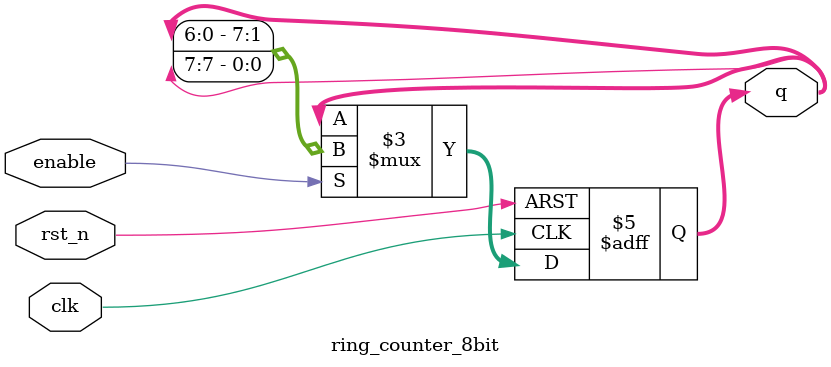
<source format=v>

module ring_counter_8bit (
    input  wire       clk,      // Clock input
    input  wire       rst_n,    // Active-low asynchronous reset
    input  wire       enable,   // Enable signal
    output reg  [7:0] q         // 8-bit output
);

    always @(posedge clk or negedge rst_n) begin
        if (!rst_n) begin
            // Reset: Initialize with single '1' at LSB
            q <= 8'b00000001;
        end
        else if (enable) begin
            // Rotate left: shift left and wrap MSB to LSB
            q <= {q[6:0], q[7]};
        end
    end

endmodule
</source>
